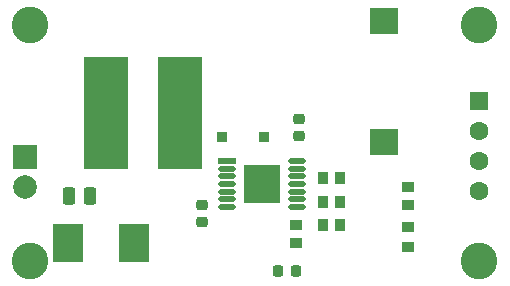
<source format=gts>
G04*
G04 #@! TF.GenerationSoftware,Altium Limited,Altium Designer,19.1.6 (110)*
G04*
G04 Layer_Color=8388736*
%FSLAX43Y43*%
%MOMM*%
G71*
G01*
G75*
%ADD14R,0.900X0.850*%
%ADD15R,2.600X3.300*%
%ADD16R,1.000X0.900*%
%ADD17R,0.900X1.000*%
G04:AMPARAMS|DCode=18|XSize=1mm|YSize=0.9mm|CornerRadius=0.25mm|HoleSize=0mm|Usage=FLASHONLY|Rotation=0.000|XOffset=0mm|YOffset=0mm|HoleType=Round|Shape=RoundedRectangle|*
%AMROUNDEDRECTD18*
21,1,1.000,0.400,0,0,0.0*
21,1,0.500,0.900,0,0,0.0*
1,1,0.500,0.250,-0.200*
1,1,0.500,-0.250,-0.200*
1,1,0.500,-0.250,0.200*
1,1,0.500,0.250,0.200*
%
%ADD18ROUNDEDRECTD18*%
%ADD19R,1.500X0.550*%
%ADD20O,1.500X0.550*%
%ADD21R,3.100X3.200*%
%ADD22R,3.850X9.600*%
%ADD23R,1.050X0.900*%
G04:AMPARAMS|DCode=24|XSize=1.5mm|YSize=1.1mm|CornerRadius=0.3mm|HoleSize=0mm|Usage=FLASHONLY|Rotation=90.000|XOffset=0mm|YOffset=0mm|HoleType=Round|Shape=RoundedRectangle|*
%AMROUNDEDRECTD24*
21,1,1.500,0.500,0,0,90.0*
21,1,0.900,1.100,0,0,90.0*
1,1,0.600,0.250,0.450*
1,1,0.600,0.250,-0.450*
1,1,0.600,-0.250,-0.450*
1,1,0.600,-0.250,0.450*
%
%ADD24ROUNDEDRECTD24*%
G04:AMPARAMS|DCode=25|XSize=1mm|YSize=0.9mm|CornerRadius=0.25mm|HoleSize=0mm|Usage=FLASHONLY|Rotation=270.000|XOffset=0mm|YOffset=0mm|HoleType=Round|Shape=RoundedRectangle|*
%AMROUNDEDRECTD25*
21,1,1.000,0.400,0,0,270.0*
21,1,0.500,0.900,0,0,270.0*
1,1,0.500,-0.200,-0.250*
1,1,0.500,-0.200,0.250*
1,1,0.500,0.200,0.250*
1,1,0.500,0.200,-0.250*
%
%ADD25ROUNDEDRECTD25*%
%ADD26R,2.450X2.300*%
%ADD27C,3.100*%
%ADD28C,1.600*%
%ADD29R,1.600X1.600*%
%ADD30R,2.000X2.000*%
%ADD31C,2.000*%
D14*
X72275Y63500D02*
D03*
X68725D02*
D03*
D15*
X55700Y54500D02*
D03*
X61300D02*
D03*
D16*
X84500Y59250D02*
D03*
X84500Y57750D02*
D03*
X75000Y56025D02*
D03*
X75000Y54525D02*
D03*
D17*
X77250Y56000D02*
D03*
X78750Y56000D02*
D03*
Y58000D02*
D03*
X77250Y58000D02*
D03*
Y60000D02*
D03*
X78750Y60000D02*
D03*
D18*
X67000Y56250D02*
D03*
X67000Y57750D02*
D03*
X75200Y63550D02*
D03*
X75200Y65050D02*
D03*
D19*
X69150Y61450D02*
D03*
D20*
Y60800D02*
D03*
Y60150D02*
D03*
Y59500D02*
D03*
Y58850D02*
D03*
Y58200D02*
D03*
Y57550D02*
D03*
X75050Y61450D02*
D03*
Y60800D02*
D03*
Y60150D02*
D03*
Y59500D02*
D03*
Y58850D02*
D03*
Y58200D02*
D03*
Y57550D02*
D03*
D21*
X72100Y59500D02*
D03*
D22*
X65125Y65500D02*
D03*
X58875D02*
D03*
D23*
X84500Y55825D02*
D03*
Y54175D02*
D03*
D24*
X55800Y58500D02*
D03*
X57500D02*
D03*
D25*
X74950Y52100D02*
D03*
X73450Y52100D02*
D03*
D26*
X82400Y73350D02*
D03*
Y63050D02*
D03*
D27*
X90500Y73000D02*
D03*
Y53000D02*
D03*
X52500D02*
D03*
Y73000D02*
D03*
D28*
X90500Y58920D02*
D03*
Y61460D02*
D03*
Y64000D02*
D03*
D29*
Y66540D02*
D03*
D30*
X52000Y61770D02*
D03*
D31*
Y59230D02*
D03*
M02*

</source>
